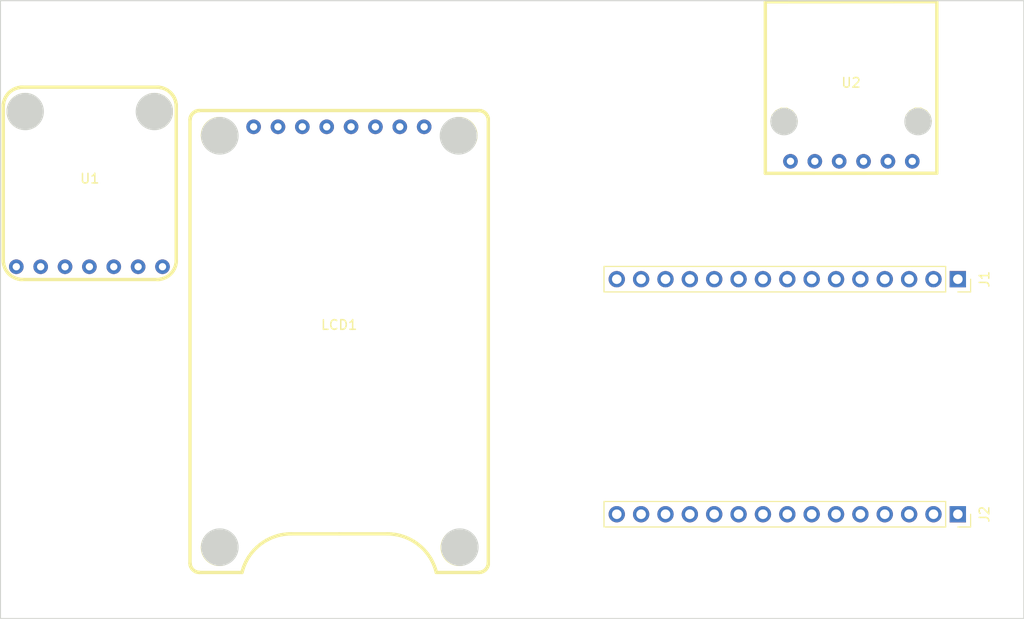
<source format=kicad_pcb>
(kicad_pcb (version 20211014) (generator pcbnew)
  (layers (0 "F.Cu" signal) (31 "B.Cu" signal) (34 "B.Paste" user) (35 "F.Paste" user) (36 "B.SilkS" user "B.Silkscreen") (37 "F.SilkS" user "F.Silkscreen") (38 "B.Mask" user) (39 "F.Mask" user) (44 "Edge.Cuts" user))
  (net 0 "")
  (net 15 "/EN")
  (net 16 "/VP")
  (net 17 "/VN")
  (net 18 "/G34")
  (net 19 "/G35")
  (net 20 "/G32")
  (net 21 "/G33")
  (net 22 "/G25")
  (net 29 "/G26")
  (net 30 "/G27")
  (net 31 "/G14")
  (net 32 "/G12")
  (net 33 "/G13")
  (net 34 "/GND")
  (net 35 "/VIN")
  (net 36 "/G23")
  (net 37 "/G22")
  (net 38 "/G1")
  (net 39 "/G3")
  (net 40 "/G21")
  (net 41 "/G19")
  (net 42 "/G18")
  (net 43 "/G5")
  (net 44 "/G17")
  (net 45 "/G16")
  (net 46 "/G4")
  (net 47 "/G2")
  (net 48 "/G15")
  (net 49 "/3v3")
  (footprint "Connector_PinSocket_2.54mm:PinSocket_1x15_P2.54mm_Vertical" (layer "F.Cu") (at 190.5 88.5 -90)
    (fp_text reference "J1" (at 0 -2.77 90) (layer "F.SilkS"))
    (fp_text value "Conn_01x15_Male")
    (pad "1" thru_hole rect (at 0 0 270) (size 1.7 1.7) (drill 1) (layers *.Cu *.Mask) (net 15 "/EN"))
    (pad "2" thru_hole oval (at 0 2.54 270) (size 1.7 1.7) (drill 1) (layers *.Cu *.Mask) (net 16 "/VP"))
    (pad "3" thru_hole oval (at 0 5.08 270) (size 1.7 1.7) (drill 1) (layers *.Cu *.Mask) (net 17 "/VN"))
    (pad "4" thru_hole oval (at 0 7.62 270) (size 1.7 1.7) (drill 1) (layers *.Cu *.Mask) (net 18 "/G34"))
    (pad "5" thru_hole oval (at 0 10.16 270) (size 1.7 1.7) (drill 1) (layers *.Cu *.Mask) (net 19 "/G35"))
    (pad "6" thru_hole oval (at 0 12.7 270) (size 1.7 1.7) (drill 1) (layers *.Cu *.Mask) (net 20 "/G32"))
    (pad "7" thru_hole oval (at 0 15.24 270) (size 1.7 1.7) (drill 1) (layers *.Cu *.Mask) (net 21 "/G33"))
    (pad "8" thru_hole oval (at 0 17.78 270) (size 1.7 1.7) (drill 1) (layers *.Cu *.Mask) (net 22 "/G25"))
    (pad "9" thru_hole oval (at 0 20.32 270) (size 1.7 1.7) (drill 1) (layers *.Cu *.Mask) (net 29 "/G26"))
    (pad "10" thru_hole oval (at 0 22.86 270) (size 1.7 1.7) (drill 1) (layers *.Cu *.Mask) (net 30 "/G27"))
    (pad "11" thru_hole oval (at 0 25.4 270) (size 1.7 1.7) (drill 1) (layers *.Cu *.Mask) (net 31 "/G14"))
    (pad "12" thru_hole oval (at 0 27.94 270) (size 1.7 1.7) (drill 1) (layers *.Cu *.Mask) (net 32 "/G12"))
    (pad "13" thru_hole oval (at 0 30.48 270) (size 1.7 1.7) (drill 1) (layers *.Cu *.Mask) (net 33 "/G13"))
    (pad "14" thru_hole oval (at 0 33.02 270) (size 1.7 1.7) (drill 1) (layers *.Cu *.Mask) (net 34 "/GND"))
    (pad "15" thru_hole oval (at 0 35.56 270) (size 1.7 1.7) (drill 1) (layers *.Cu *.Mask) (net 35 "/VIN"))
  )
  (footprint "Connector_PinSocket_2.54mm:PinSocket_1x15_P2.54mm_Vertical" (layer "F.Cu") (at 190.5 113.025 -90)
    (fp_text reference "J2" (at 0 -2.77 90) (layer "F.SilkS"))
    (fp_text value "Conn_01x15_Male")
    (pad "1" thru_hole rect (at 0 0 270) (size 1.7 1.7) (drill 1) (layers *.Cu *.Mask) (net 36 "/G23"))
    (pad "2" thru_hole oval (at 0 2.54 270) (size 1.7 1.7) (drill 1) (layers *.Cu *.Mask) (net 37 "/G22"))
    (pad "3" thru_hole oval (at 0 5.08 270) (size 1.7 1.7) (drill 1) (layers *.Cu *.Mask) (net 38 "/G1"))
    (pad "4" thru_hole oval (at 0 7.62 270) (size 1.7 1.7) (drill 1) (layers *.Cu *.Mask) (net 39 "/G3"))
    (pad "5" thru_hole oval (at 0 10.16 270) (size 1.7 1.7) (drill 1) (layers *.Cu *.Mask) (net 40 "/G21"))
    (pad "6" thru_hole oval (at 0 12.7 270) (size 1.7 1.7) (drill 1) (layers *.Cu *.Mask) (net 41 "/G19"))
    (pad "7" thru_hole oval (at 0 15.24 270) (size 1.7 1.7) (drill 1) (layers *.Cu *.Mask) (net 42 "/G18"))
    (pad "8" thru_hole oval (at 0 17.78 270) (size 1.7 1.7) (drill 1) (layers *.Cu *.Mask) (net 43 "/G5"))
    (pad "9" thru_hole oval (at 0 20.32 270) (size 1.7 1.7) (drill 1) (layers *.Cu *.Mask) (net 44 "/G17"))
    (pad "10" thru_hole oval (at 0 22.86 270) (size 1.7 1.7) (drill 1) (layers *.Cu *.Mask) (net 45 "/G16"))
    (pad "11" thru_hole oval (at 0 25.4 270) (size 1.7 1.7) (drill 1) (layers *.Cu *.Mask) (net 46 "/G4"))
    (pad "12" thru_hole oval (at 0 27.94 270) (size 1.7 1.7) (drill 1) (layers *.Cu *.Mask) (net 47 "/G2"))
    (pad "13" thru_hole oval (at 0 30.48 270) (size 1.7 1.7) (drill 1) (layers *.Cu *.Mask) (net 48 "/G15"))
    (pad "14" thru_hole oval (at 0 33.02 270) (size 1.7 1.7) (drill 1) (layers *.Cu *.Mask) (net 34 "/GND"))
    (pad "15" thru_hole oval (at 0 35.56 270) (size 1.7 1.7) (drill 1) (layers *.Cu *.Mask) (net 49 "/3v3"))
  )
  (footprint "Mini_Tv_ESP32:Display_TFT" (layer "F.Cu") (at 126 95)
    (fp_text reference "LCD1" (at 0 -1.73 unlocked) (layer "F.SilkS"))
    (fp_text value "1.69_Color_TFT_Display")
    (fp_circle (center -12.446 -21.463) (end -10.541 -21.463) (layer "Edge.Cuts") (width 0.12) (fill solid))
    (fp_circle (center 12.573 21.463) (end 14.478 21.463) (layer "Edge.Cuts") (width 0.12) (fill solid))
    (fp_circle (center -12.446 21.463) (end -10.541 21.463) (layer "Edge.Cuts") (width 0.12) (fill solid))
    (fp_circle (center 12.446 -21.463) (end 14.351 -21.463) (layer "Edge.Cuts") (width 0.12) (fill solid))
    (pad "1" thru_hole circle (at -8.92 -22.4) (size 1.524 1.524) (drill 0.762) (layers *.Cu *.Mask))
    (pad "2" thru_hole circle (at -6.38 -22.4) (size 1.524 1.524) (drill 0.762) (layers *.Cu *.Mask))
    (pad "3" thru_hole circle (at -3.84 -22.4) (size 1.524 1.524) (drill 0.762) (layers *.Cu *.Mask))
    (pad "4" thru_hole circle (at -1.3 -22.4) (size 1.524 1.524) (drill 0.762) (layers *.Cu *.Mask))
    (pad "5" thru_hole circle (at 1.24 -22.4) (size 1.524 1.524) (drill 0.762) (layers *.Cu *.Mask))
    (pad "6" thru_hole circle (at 3.78 -22.4) (size 1.524 1.524) (drill 0.762) (layers *.Cu *.Mask))
    (pad "7" thru_hole circle (at 6.32 -22.4) (size 1.524 1.524) (drill 0.762) (layers *.Cu *.Mask))
    (pad "8" thru_hole circle (at 8.86 -22.4) (size 1.524 1.524) (drill 0.762) (layers *.Cu *.Mask))
  )
  (footprint "Mini_Tv_ESP32:Max98357_Module" (layer "F.Cu") (at 100 78.5)
    (fp_text reference "U1" (at 0 -0.5 unlocked) (layer "F.SilkS"))
    (fp_text value "Max98357_Module")
    (fp_circle (center 6.731 -7.493) (end 8.618991 -7.493) (layer "Edge.Cuts") (width 0.12) (fill solid))
    (fp_circle (center -6.731 -7.493) (end -4.843009 -7.493) (layer "Edge.Cuts") (width 0.12) (fill solid))
    (pad "1" thru_hole circle (at -7.66 8.7) (size 1.524 1.524) (drill 0.762) (layers *.Cu *.Mask))
    (pad "2" thru_hole circle (at -5.12 8.7) (size 1.524 1.524) (drill 0.762) (layers *.Cu *.Mask))
    (pad "3" thru_hole circle (at -2.58 8.7) (size 1.524 1.524) (drill 0.762) (layers *.Cu *.Mask))
    (pad "4" thru_hole circle (at -0.04 8.7) (size 1.524 1.524) (drill 0.762) (layers *.Cu *.Mask))
    (pad "5" thru_hole circle (at 2.5 8.7) (size 1.524 1.524) (drill 0.762) (layers *.Cu *.Mask))
    (pad "6" thru_hole circle (at 5.04 8.7) (size 1.524 1.524) (drill 0.762) (layers *.Cu *.Mask))
    (pad "7" thru_hole circle (at 7.58 8.7) (size 1.524 1.524) (drill 0.762) (layers *.Cu *.Mask))
  )
  (footprint "Mini_Tv_ESP32:MicroSDModule" (layer "F.Cu") (at 179.368135 68.5)
    (fp_text reference "U2" (at 0 -0.5 unlocked) (layer "F.SilkS"))
    (fp_text value "SD_MicroCard")
    (fp_circle (center 6.985 3.556) (end 8.358715 3.556) (layer "Edge.Cuts") (width 0.12) (fill solid))
    (fp_circle (center -6.985 3.556) (end -5.611285 3.556) (layer "Edge.Cuts") (width 0.12) (fill solid))
    (pad "1" thru_hole circle (at -6.32 7.7) (size 1.524 1.524) (drill 0.762) (layers *.Cu *.Mask))
    (pad "2" thru_hole circle (at -3.78 7.7) (size 1.524 1.524) (drill 0.762) (layers *.Cu *.Mask))
    (pad "3" thru_hole circle (at -1.24 7.7) (size 1.524 1.524) (drill 0.762) (layers *.Cu *.Mask))
    (pad "4" thru_hole circle (at 1.3 7.7) (size 1.524 1.524) (drill 0.762) (layers *.Cu *.Mask))
    (pad "5" thru_hole circle (at 3.84 7.7) (size 1.524 1.524) (drill 0.762) (layers *.Cu *.Mask))
    (pad "6" thru_hole circle (at 6.38 7.7) (size 1.524 1.524) (drill 0.762) (layers *.Cu *.Mask))
  )
  (gr_rect (start 90.69 59.44) (end 197.37 123.9) (layer "Edge.Cuts") (width 0.1) (fill none))
)
</source>
